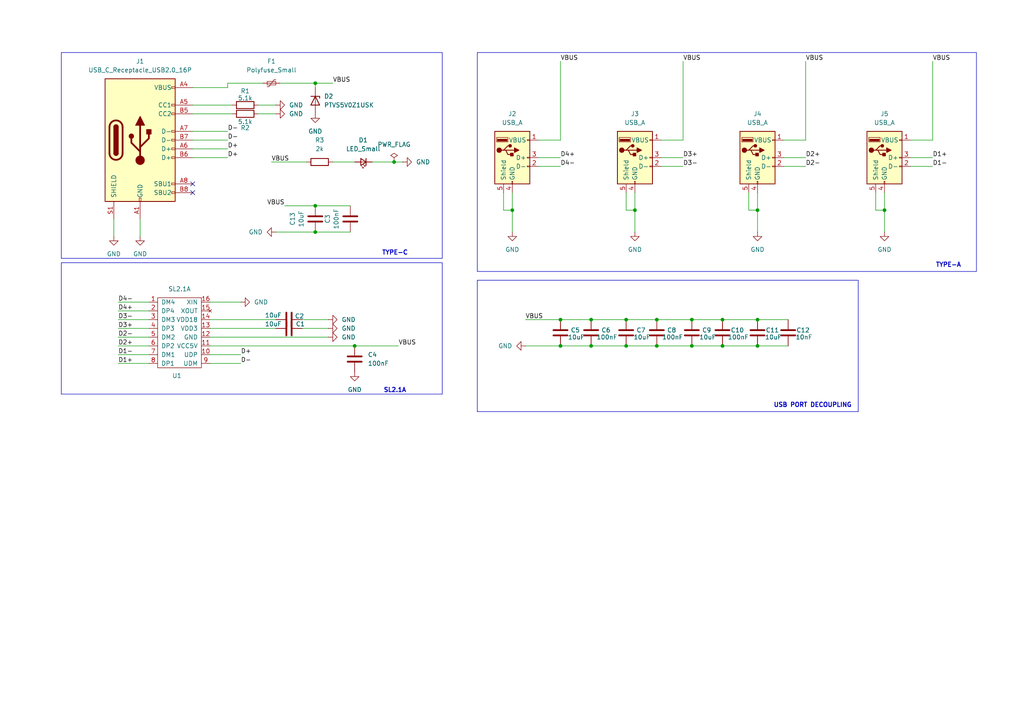
<source format=kicad_sch>
(kicad_sch (version 20250114) (generator "eeschema") (generator_version "9.0")
  (paper "A4")
  (title_block (title "SL2.1A, USB-C 2.0 IN, 4xUSB-A 2.0 OUT") (date "2024-10-26") (rev "v1.0") (company "Henry Wu") (comment 1 "USB-HUB draft"))
  (lib_symbols
    (symbol "Connector:USB_A" (pin_names (offset 1.016))
      (property "Reference" "J" (at -5.08 11.43 0))
      (property "Value" "USB_A" (at -5.08 8.89 0))
      (symbol "USB_A_0_1"
        (rectangle (start -5.08 -7.62) (end 5.08 7.62) (stroke (width 0.254)) (fill (type background)))
        (circle (center -3.81 2.159) (radius 0.635) (stroke (width 0.254)) (fill (type outline)))
        (polyline (pts (xy -3.175 2.159) (xy -2.54 2.159) (xy -1.27 3.429) (xy -0.635 3.429)) (stroke (width 0.254)))
        (polyline (pts (xy -2.54 2.159) (xy -1.905 2.159) (xy -1.27 0.889) (xy 0 0.889)) (stroke (width 0.254)))
        (rectangle (start -1.524 4.826) (end -4.318 5.334) (fill (type outline)))
        (rectangle (start -1.27 4.572) (end -4.572 5.842))
        (circle (center -0.635 3.429) (radius 0.381) (stroke (width 0.254)) (fill (type outline)))
        (rectangle (start -0.127 -7.62) (end 0.127 -6.858))
        (rectangle (start 0.254 1.27) (end -0.508 0.508) (stroke (width 0.254)) (fill (type outline)))
        (polyline (pts (xy 0.635 2.794) (xy 0.635 1.524) (xy 1.905 2.159) (xy 0.635 2.794)) (stroke (width 0.254)) (fill (type outline)))
        (rectangle (start 5.08 4.953) (end 4.318 5.207))
        (rectangle (start 5.08 -0.127) (end 4.318 0.127))
        (rectangle (start 5.08 -2.667) (end 4.318 -2.413))
      )
      (symbol "USB_A_1_1"
        (polyline (pts (xy -1.905 2.159) (xy 0.635 2.159)) (stroke (width 0.254)))
        (pin passive line (at -2.54 -10.16 90) (length 2.54) (name "Shield") (number "5"))
        (pin power_in line (at 0 -10.16 90) (length 2.54) (name "GND") (number "4"))
        (pin power_in line (at 7.62 5.08 180) (length 2.54) (name "VBUS") (number "1"))
        (pin bidirectional line (at 7.62 0 180) (length 2.54) (name "D+") (number "3"))
        (pin bidirectional line (at 7.62 -2.54 180) (length 2.54) (name "D-") (number "2"))
      )
    )
    (symbol "Connector:USB_C_Receptacle_USB2.0_16P" (pin_names (offset 1.016))
      (property "Reference" "J1" (at 0 22.86 0))
      (property "Value" "USB_C_Receptacle_USB2.0_16P" (at 0 20.32 0))
      (symbol "USB_C_Receptacle_USB2.0_16P_0_0"
        (rectangle (start -0.254 -17.78) (end 0.254 -16.764))
        (rectangle (start 10.16 15.494) (end 9.144 14.986))
        (rectangle (start 10.16 10.414) (end 9.144 9.906))
        (rectangle (start 10.16 7.874) (end 9.144 7.366))
        (rectangle (start 10.16 2.794) (end 9.144 2.286))
        (rectangle (start 10.16 0.254) (end 9.144 -0.254))
        (rectangle (start 10.16 -2.286) (end 9.144 -2.794))
        (rectangle (start 10.16 -4.826) (end 9.144 -5.334))
        (rectangle (start 10.16 -12.446) (end 9.144 -12.954))
        (rectangle (start 10.16 -14.986) (end 9.144 -15.494))
      )
      (symbol "USB_C_Receptacle_USB2.0_16P_0_1"
        (rectangle (start -10.16 17.78) (end 10.16 -17.78) (stroke (width 0.254)) (fill (type background)))
        (polyline (pts (xy -8.89 -3.81) (xy -8.89 3.81)) (stroke (width 0.508)))
        (rectangle (start -7.62 -3.81) (end -6.35 3.81) (stroke (width 0.254)) (fill (type outline)))
        (arc (start -7.62 3.81) (mid -6.985 4.4423) (end -6.35 3.81) (stroke (width 0.254)))
        (arc (start -7.62 3.81) (mid -6.985 4.4423) (end -6.35 3.81) (stroke (width 0.254)) (fill (type outline)))
        (arc (start -8.89 3.81) (mid -6.985 5.7067) (end -5.08 3.81) (stroke (width 0.508)))
        (arc (start -5.08 -3.81) (mid -6.985 -5.7067) (end -8.89 -3.81) (stroke (width 0.508)))
        (arc (start -6.35 -3.81) (mid -6.985 -4.4423) (end -7.62 -3.81) (stroke (width 0.254)))
        (arc (start -6.35 -3.81) (mid -6.985 -4.4423) (end -7.62 -3.81) (stroke (width 0.254)) (fill (type outline)))
        (polyline (pts (xy -5.08 3.81) (xy -5.08 -3.81)) (stroke (width 0.508)))
        (circle (center -2.54 1.143) (radius 0.635) (stroke (width 0.254)) (fill (type outline)))
        (polyline (pts (xy -1.27 4.318) (xy 0 6.858) (xy 1.27 4.318) (xy -1.27 4.318)) (stroke (width 0.254)) (fill (type outline)))
        (polyline (pts (xy 0 -2.032) (xy 2.54 0.508) (xy 2.54 1.778)) (stroke (width 0.508)))
        (polyline (pts (xy 0 -3.302) (xy -2.54 -0.762) (xy -2.54 0.508)) (stroke (width 0.508)))
        (polyline (pts (xy 0 -5.842) (xy 0 4.318)) (stroke (width 0.508)))
        (circle (center 0 -5.842) (radius 1.27) (fill (type outline)))
        (rectangle (start 1.905 1.778) (end 3.175 3.048) (stroke (width 0.254)) (fill (type outline)))
      )
      (symbol "USB_C_Receptacle_USB2.0_16P_1_1"
        (pin passive line (at -7.62 -22.86 90) (length 5.08) (name "SHIELD") (number "S1"))
        (pin passive line (at 0 -22.86 90) (length 5.08) (name "GND") (number "A1"))
        (pin passive line (at 0 -22.86 90) (length 5.08) (hide yes) (name "GND") (number "A12"))
        (pin passive line (at 0 -22.86 90) (length 5.08) (hide yes) (name "GND") (number "B1"))
        (pin passive line (at 0 -22.86 90) (length 5.08) (hide yes) (name "GND") (number "B12"))
        (pin power_out line (at 15.24 15.24 180) (length 5.08) (name "VBUS") (number "A4"))
        (pin passive line (at 15.24 15.24 180) (length 5.08) (hide yes) (name "VBUS") (number "A9"))
        (pin passive line (at 15.24 15.24 180) (length 5.08) (hide yes) (name "VBUS") (number "B4"))
        (pin passive line (at 15.24 15.24 180) (length 5.08) (hide yes) (name "VBUS") (number "B9"))
        (pin bidirectional line (at 15.24 10.16 180) (length 5.08) (name "CC1") (number "A5"))
        (pin bidirectional line (at 15.24 7.62 180) (length 5.08) (name "CC2") (number "B5"))
        (pin bidirectional line (at 15.24 2.54 180) (length 5.08) (name "D-") (number "A7"))
        (pin bidirectional line (at 15.24 0 180) (length 5.08) (name "D-") (number "B7"))
        (pin bidirectional line (at 15.24 -2.54 180) (length 5.08) (name "D+") (number "A6"))
        (pin bidirectional line (at 15.24 -5.08 180) (length 5.08) (name "D+") (number "B6"))
        (pin bidirectional line (at 15.24 -12.7 180) (length 5.08) (name "SBU1") (number "A8"))
        (pin bidirectional line (at 15.24 -15.24 180) (length 5.08) (name "SBU2") (number "B8"))
      )
    )
    (symbol "Device:C" (pin_numbers (hide yes)) (pin_names (offset 0.254))
      (property "Reference" "C" (at 0.635 2.54 0))
      (property "Value" "C" (at 0.635 -2.54 0))
      (symbol "C_0_1"
        (polyline (pts (xy -2.032 0.762) (xy 2.032 0.762)) (stroke (width 0.508)))
        (polyline (pts (xy -2.032 -0.762) (xy 2.032 -0.762)) (stroke (width 0.508)))
      )
      (symbol "C_1_1"
        (pin passive line (at 0 3.81 270) (length 2.794) (name "~") (number "1"))
        (pin passive line (at 0 -3.81 90) (length 2.794) (name "~") (number "2"))
      )
    )
    (symbol "Device:LED_Small" (pin_numbers (hide yes)) (pin_names (offset 0.254) (hide yes))
      (property "Reference" "D" (at -1.27 3.175 0))
      (property "Value" "LED_Small" (at -4.445 -2.54 0))
      (symbol "LED_Small_0_1"
        (polyline (pts (xy -0.762 -1.016) (xy -0.762 1.016)) (stroke (width 0.254)))
        (polyline (pts (xy 0 0.762) (xy -0.508 1.27) (xy -0.254 1.27) (xy -0.508 1.27) (xy -0.508 1.016)))
        (polyline (pts (xy 0.508 1.27) (xy 0 1.778) (xy 0.254 1.778) (xy 0 1.778) (xy 0 1.524)))
        (polyline (pts (xy 0.762 -1.016) (xy -0.762 0) (xy 0.762 1.016) (xy 0.762 -1.016)) (stroke (width 0.254)))
        (polyline (pts (xy 1.016 0) (xy -0.762 0)))
      )
      (symbol "LED_Small_1_1"
        (pin passive line (at -2.54 0 0) (length 1.778) (name "K") (number "1"))
        (pin passive line (at 2.54 0 180) (length 1.778) (name "A") (number "2"))
      )
    )
    (symbol "Device:Polyfuse_Small" (pin_numbers (hide yes)) (pin_names (offset 0))
      (property "Reference" "F" (at -1.905 0 90))
      (property "Value" "Polyfuse_Small" (at 1.905 0 90))
      (symbol "Polyfuse_Small_0_1"
        (polyline (pts (xy -1.016 1.27) (xy -1.016 0.762) (xy 1.016 -0.762) (xy 1.016 -1.27)))
        (rectangle (start -0.508 1.27) (end 0.508 -1.27))
        (polyline (pts (xy 0 2.54) (xy 0 -2.54)))
      )
      (symbol "Polyfuse_Small_1_1"
        (pin passive line (at 0 2.54 270) (length 0.635) (name "~") (number "1"))
        (pin passive line (at 0 -2.54 90) (length 0.635) (name "~") (number "2"))
      )
    )
    (symbol "Device:R" (pin_numbers (hide yes)) (pin_names (offset 0))
      (property "Reference" "R" (at 2.032 0 90))
      (property "Value" "R" (at 0 0 90))
      (symbol "R_0_1"
        (rectangle (start -1.016 -2.54) (end 1.016 2.54) (stroke (width 0.254)))
      )
      (symbol "R_1_1"
        (pin passive line (at 0 3.81 270) (length 1.27) (name "~") (number "1"))
        (pin passive line (at 0 -3.81 90) (length 1.27) (name "~") (number "2"))
      )
    )
    (symbol "Diode:PTVS5V0Z1USK" (pin_numbers (hide yes)) (pin_names (hide yes))
      (property "Reference" "D" (at 0 2.54 0))
      (property "Value" "PTVS5V0Z1USK" (at 0 -2.54 0))
      (symbol "PTVS5V0Z1USK_0_1"
        (polyline (pts (xy -1.27 -1.27) (xy -1.27 1.27) (xy -0.762 1.27)) (stroke (width 0.254)))
        (polyline (pts (xy 1.27 0) (xy -1.27 0)))
        (polyline (pts (xy 1.27 -1.27) (xy 1.27 1.27) (xy -1.27 0) (xy 1.27 -1.27)) (stroke (width 0.254)))
      )
      (symbol "PTVS5V0Z1USK_1_1"
        (pin passive line (at -3.81 0 0) (length 2.54) (name "K") (number "1"))
        (pin passive line (at 3.81 0 180) (length 2.54) (name "A") (number "2"))
      )
    )
    (symbol "SL2.1A:SL2.1A" (pin_names (offset 1.016))
      (property "Reference" "U1" (at 0.508 -2.286 0))
      (property "Value" "SL2.1A" (at 1.27 22.86 0))
      (symbol "SL2.1A_0_1"
        (rectangle (start -5.08 20.32) (end 7.62 0))
      )
      (symbol "SL2.1A_1_1"
        (pin output line (at -7.62 19.05 0) (length 2.54) (name "DM4") (number "1"))
        (pin output line (at -7.62 16.51 0) (length 2.54) (name "DP4") (number "2"))
        (pin output line (at -7.62 13.97 0) (length 2.54) (name "DM3") (number "3"))
        (pin output line (at -7.62 11.43 0) (length 2.54) (name "DP3") (number "4"))
        (pin output line (at -7.62 8.89 0) (length 2.54) (name "DM2") (number "5"))
        (pin output line (at -7.62 6.35 0) (length 2.54) (name "DP2") (number "6"))
        (pin output line (at -7.62 3.81 0) (length 2.54) (name "DM1") (number "7"))
        (pin output line (at -7.62 1.27 0) (length 2.54) (name "DP1") (number "8"))
        (pin power_in line (at 10.16 19.05 180) (length 2.54) (name "XIN") (number "16"))
        (pin no_connect line (at 10.16 16.51 180) (length 2.54) (name "XOUT") (number "15"))
        (pin power_out line (at 10.16 13.97 180) (length 2.54) (name "VDD18") (number "14"))
        (pin power_out line (at 10.16 11.43 180) (length 2.54) (name "VDD3") (number "13"))
        (pin power_in line (at 10.16 8.89 180) (length 2.54) (name "GND") (number "12"))
        (pin power_out line (at 10.16 6.35 180) (length 2.54) (name "VCC5V") (number "11"))
        (pin input line (at 10.16 3.81 180) (length 2.54) (name "UDP") (number "10"))
        (pin input line (at 10.16 1.27 180) (length 2.54) (name "UDM") (number "9"))
      )
    )
    (symbol "power:GND" (power) (pin_numbers (hide yes)) (pin_names (offset 0) (hide yes))
      (property "Value" "GND" (at 0 -3.81 0))
      (symbol "GND_0_1"
        (polyline (pts (xy 0 0) (xy 0 -1.27) (xy 1.27 -1.27) (xy 0 -2.54) (xy -1.27 -1.27) (xy 0 -1.27)))
      )
      (symbol "GND_1_1"
        (pin power_in line (at 0 0 270) (length 0) (name "~") (number "1"))
      )
    )
    (symbol "power:PWR_FLAG" (power) (pin_numbers (hide yes)) (pin_names (offset 0) (hide yes))
      (property "Value" "PWR_FLAG" (at 0 3.81 0))
      (symbol "PWR_FLAG_0_0"
        (pin power_out line (at 0 0 90) (length 0) (name "~") (number "1"))
      )
      (symbol "PWR_FLAG_0_1"
        (polyline (pts (xy 0 0) (xy 0 1.27) (xy -1.016 1.905) (xy 0 2.54) (xy 1.016 1.905) (xy 0 1.27)))
      )
    )
  )
  (rectangle (start 138.43 15.24) (end 283.21 78.74))
  (rectangle (start 17.78 15.24) (end 128.27 74.93))
  (text "TYPE-C" (at 114.554 73.406 0) (effects (font (size 1.27 1.27) (thickness 0.254) (bold yes))))
  (text "TYPE-A" (at 275.082 76.962 0) (effects (font (size 1.27 1.27) (thickness 0.254) (bold yes))))
  (text "SL2.1A" (at 114.554 113.284 0) (effects (font (size 1.27 1.27) (thickness 0.254) (bold yes))))
  (text "USB PORT DECOUPLING\n" (at 235.712 117.602 0) (effects (font (size 1.27 1.27) (thickness 0.254) (bold yes))))
  (junction (at 200.66 100.33))
  (junction (at 219.71 100.33))
  (junction (at 190.5 100.33))
  (junction (at 181.61 92.71))
  (junction (at 184.15 60.96))
  (junction (at 162.56 100.33))
  (junction (at 171.45 92.71))
  (junction (at 256.54 60.96))
  (junction (at 219.71 60.96))
  (junction (at 91.44 67.31))
  (junction (at 171.45 100.33))
  (junction (at 209.55 100.33))
  (junction (at 91.44 24.13))
  (junction (at 209.55 92.71))
  (junction (at 181.61 100.33))
  (junction (at 91.44 59.69))
  (junction (at 219.71 92.71))
  (junction (at 114.3 46.99))
  (junction (at 162.56 92.71))
  (junction (at 200.66 92.71))
  (junction (at 148.59 60.96))
  (junction (at 190.5 92.71))
  (junction (at 102.87 100.33))
  (no_connect (at 55.88 53.34))
  (no_connect (at 55.88 55.88))
  (wire (pts (xy 200.66 92.71) (xy 209.55 92.71)))
  (wire (pts (xy 91.44 25.4) (xy 91.44 24.13)))
  (wire (pts (xy 55.88 45.72) (xy 66.04 45.72)))
  (wire (pts (xy 66.04 24.13) (xy 76.2 24.13)))
  (wire (pts (xy 152.4 100.33) (xy 162.56 100.33)))
  (wire (pts (xy 264.16 40.64) (xy 270.51 40.64)))
  (wire (pts (xy 233.68 17.78) (xy 233.68 40.64)))
  (wire (pts (xy 171.45 100.33) (xy 181.61 100.33)))
  (wire (pts (xy 91.44 59.69) (xy 101.6 59.69)))
  (wire (pts (xy 200.66 100.33) (xy 209.55 100.33)))
  (wire (pts (xy 74.93 30.48) (xy 80.01 30.48)))
  (wire (pts (xy 34.29 105.41) (xy 43.18 105.41)))
  (polyline (pts (xy 128.27 114.3) (xy 128.27 76.2)))
  (wire (pts (xy 55.88 38.1) (xy 66.04 38.1)))
  (wire (pts (xy 190.5 100.33) (xy 200.66 100.33)))
  (wire (pts (xy 146.05 55.88) (xy 146.05 60.96)))
  (wire (pts (xy 254 60.96) (xy 256.54 60.96)))
  (wire (pts (xy 66.04 24.13) (xy 66.04 25.4)))
  (wire (pts (xy 227.33 48.26) (xy 233.68 48.26)))
  (wire (pts (xy 198.12 17.78) (xy 198.12 40.64)))
  (wire (pts (xy 156.21 40.64) (xy 162.56 40.64)))
  (wire (pts (xy 60.96 102.87) (xy 69.85 102.87)))
  (wire (pts (xy 209.55 92.71) (xy 219.71 92.71)))
  (wire (pts (xy 171.45 92.71) (xy 181.61 92.71)))
  (wire (pts (xy 162.56 100.33) (xy 171.45 100.33)))
  (wire (pts (xy 34.29 92.71) (xy 43.18 92.71)))
  (wire (pts (xy 87.63 92.71) (xy 95.25 92.71)))
  (wire (pts (xy 156.21 48.26) (xy 162.56 48.26)))
  (wire (pts (xy 33.02 63.5) (xy 33.02 68.58)))
  (wire (pts (xy 227.33 45.72) (xy 233.68 45.72)))
  (polyline (pts (xy 17.78 76.2) (xy 17.78 114.3)))
  (wire (pts (xy 181.61 60.96) (xy 184.15 60.96)))
  (wire (pts (xy 219.71 100.33) (xy 228.6 100.33)))
  (wire (pts (xy 256.54 60.96) (xy 256.54 67.31)))
  (wire (pts (xy 60.96 97.79) (xy 95.25 97.79)))
  (polyline (pts (xy 138.43 81.28) (xy 138.43 119.38)))
  (wire (pts (xy 60.96 95.25) (xy 80.01 95.25)))
  (wire (pts (xy 60.96 87.63) (xy 69.85 87.63)))
  (polyline (pts (xy 17.78 114.3) (xy 128.27 114.3)))
  (polyline (pts (xy 248.92 119.38) (xy 248.92 81.28)))
  (wire (pts (xy 34.29 90.17) (xy 43.18 90.17)))
  (wire (pts (xy 184.15 55.88) (xy 184.15 60.96)))
  (wire (pts (xy 55.88 40.64) (xy 66.04 40.64)))
  (polyline (pts (xy 248.92 81.28) (xy 138.43 81.28)))
  (wire (pts (xy 55.88 33.02) (xy 67.31 33.02)))
  (wire (pts (xy 55.88 30.48) (xy 67.31 30.48)))
  (wire (pts (xy 91.44 24.13) (xy 96.52 24.13)))
  (wire (pts (xy 96.52 46.99) (xy 102.87 46.99)))
  (wire (pts (xy 219.71 55.88) (xy 219.71 60.96)))
  (wire (pts (xy 34.29 102.87) (xy 43.18 102.87)))
  (wire (pts (xy 81.28 24.13) (xy 91.44 24.13)))
  (wire (pts (xy 264.16 45.72) (xy 270.51 45.72)))
  (wire (pts (xy 78.74 46.99) (xy 88.9 46.99)))
  (wire (pts (xy 34.29 87.63) (xy 43.18 87.63)))
  (wire (pts (xy 227.33 40.64) (xy 233.68 40.64)))
  (wire (pts (xy 148.59 55.88) (xy 148.59 60.96)))
  (wire (pts (xy 60.96 105.41) (xy 69.85 105.41)))
  (wire (pts (xy 191.77 48.26) (xy 198.12 48.26)))
  (wire (pts (xy 256.54 55.88) (xy 256.54 60.96)))
  (wire (pts (xy 60.96 100.33) (xy 102.87 100.33)))
  (wire (pts (xy 34.29 100.33) (xy 43.18 100.33)))
  (wire (pts (xy 146.05 60.96) (xy 148.59 60.96)))
  (wire (pts (xy 181.61 100.33) (xy 190.5 100.33)))
  (wire (pts (xy 191.77 40.64) (xy 198.12 40.64)))
  (wire (pts (xy 217.17 55.88) (xy 217.17 60.96)))
  (wire (pts (xy 184.15 60.96) (xy 184.15 67.31)))
  (wire (pts (xy 190.5 92.71) (xy 200.66 92.71)))
  (wire (pts (xy 107.95 46.99) (xy 114.3 46.99)))
  (wire (pts (xy 91.44 67.31) (xy 101.6 67.31)))
  (wire (pts (xy 80.01 67.31) (xy 91.44 67.31)))
  (wire (pts (xy 148.59 60.96) (xy 148.59 67.31)))
  (wire (pts (xy 102.87 100.33) (xy 115.57 100.33)))
  (wire (pts (xy 66.04 25.4) (xy 55.88 25.4)))
  (wire (pts (xy 55.88 43.18) (xy 66.04 43.18)))
  (wire (pts (xy 87.63 95.25) (xy 95.25 95.25)))
  (wire (pts (xy 209.55 100.33) (xy 219.71 100.33)))
  (wire (pts (xy 34.29 97.79) (xy 43.18 97.79)))
  (wire (pts (xy 181.61 92.71) (xy 190.5 92.71)))
  (wire (pts (xy 217.17 60.96) (xy 219.71 60.96)))
  (wire (pts (xy 152.4 92.71) (xy 162.56 92.71)))
  (wire (pts (xy 270.51 17.78) (xy 270.51 40.64)))
  (wire (pts (xy 191.77 45.72) (xy 198.12 45.72)))
  (wire (pts (xy 80.01 33.02) (xy 74.93 33.02)))
  (wire (pts (xy 254 55.88) (xy 254 60.96)))
  (polyline (pts (xy 128.27 76.2) (xy 17.78 76.2)))
  (wire (pts (xy 264.16 48.26) (xy 270.51 48.26)))
  (wire (pts (xy 156.21 45.72) (xy 162.56 45.72)))
  (wire (pts (xy 82.55 59.69) (xy 91.44 59.69)))
  (wire (pts (xy 219.71 60.96) (xy 219.71 67.31)))
  (wire (pts (xy 34.29 95.25) (xy 43.18 95.25)))
  (polyline (pts (xy 138.43 119.38) (xy 248.92 119.38)))
  (wire (pts (xy 219.71 92.71) (xy 228.6 92.71)))
  (wire (pts (xy 162.56 92.71) (xy 171.45 92.71)))
  (wire (pts (xy 60.96 92.71) (xy 80.01 92.71)))
  (wire (pts (xy 40.64 63.5) (xy 40.64 68.58)))
  (wire (pts (xy 181.61 55.88) (xy 181.61 60.96)))
  (wire (pts (xy 114.3 46.99) (xy 116.84 46.99)))
  (wire (pts (xy 162.56 17.78) (xy 162.56 40.64)))
  (label "D3-" (at 34.29 92.71 0))
  (label "D4+" (at 34.29 90.17 0))
  (label "VBUS" (at 96.52 24.13 0) (effects (font (thickness 0.1588))))
  (label "D2+" (at 233.68 45.72 0))
  (label "D1+" (at 34.29 105.41 0))
  (label "VBUS" (at 115.57 100.33 0) (effects (font (thickness 0.1588))))
  (label "D-" (at 66.04 38.1 0) (effects (font (thickness 0.1588))))
  (label "VBUS" (at 233.68 17.78 0) (effects (font (thickness 0.1588))))
  (label "D2+" (at 34.29 100.33 0))
  (label "D4-" (at 34.29 87.63 0))
  (label "D+" (at 69.85 102.87 0))
  (label "D-" (at 66.04 40.64 0) (effects (font (thickness 0.1588))))
  (label "D2-" (at 233.68 48.26 0))
  (label "VBUS" (at 78.74 46.99 0) (effects (font (thickness 0.1588))))
  (label "VBUS" (at 152.4 92.71 0) (effects (font (thickness 0.1588))))
  (label "D3-" (at 198.12 48.26 0))
  (label "D1-" (at 34.29 102.87 0))
  (label "D-" (at 69.85 105.41 0))
  (label "D4+" (at 162.56 45.72 0))
  (label "VBUS" (at 198.12 17.78 0) (effects (font (thickness 0.1588))))
  (label "D3+" (at 198.12 45.72 0))
  (label "D+" (at 66.04 45.72 0) (effects (font (thickness 0.1588))))
  (label "D1-" (at 270.51 48.26 0))
  (label "D3+" (at 34.29 95.25 0))
  (label "D4-" (at 162.56 48.26 0))
  (label "VBUS" (at 162.56 17.78 0) (effects (font (thickness 0.1588))))
  (label "VBUS" (at 270.51 17.78 0) (effects (font (thickness 0.1588))))
  (label "VBUS" (at 82.55 59.69 180) (effects (font (thickness 0.1588))))
  (label "D+" (at 66.04 43.18 0) (effects (font (thickness 0.1588))))
  (label "D1+" (at 270.51 45.72 0))
  (label "D2-" (at 34.29 97.79 0))
  (symbol (lib_id "Device:C") (at 209.55 96.52 180) (unit 1)
    (property "Reference" "C10" (at 213.868 95.758 0))
    (property "Value" "100nF" (at 214.122 97.79 0))
    (property "Footprint" "Capacitor_SMD:C_0805_2012Metric" (effects (hide yes)))
    (property "Description" "Unpolarized capacitor" (effects (hide yes)))
  )
  (symbol (lib_id "power:GND") (at 102.87 107.95 0) (unit 1)
    (property "Reference" "#PWR06" (effects (hide yes)))
    (property "Value" "GND" (at 102.87 113.03 0))
    (property "Description" "Power symbol creates a global label with name \"GND\" , ground" (effects (hide yes)))
  )
  (symbol (lib_id "Device:C") (at 228.6 96.52 180) (unit 1)
    (property "Reference" "C12" (at 232.918 95.758 0))
    (property "Value" "10nF" (at 233.172 97.79 0))
    (property "Footprint" "Capacitor_SMD:C_0805_2012Metric" (effects (hide yes)))
    (property "Description" "Unpolarized capacitor" (effects (hide yes)))
  )
  (symbol (lib_id "power:GND") (at 152.4 100.33 270) (unit 1)
    (property "Reference" "#PWR016" (effects (hide yes)))
    (property "Value" "GND" (at 148.59 100.3299 90) (effects (justify right)))
    (property "Description" "Power symbol creates a global label with name \"GND\" , ground" (effects (hide yes)))
  )
  (symbol (lib_id "power:GND") (at 91.44 33.02 0) (unit 1)
    (property "Reference" "#PWR017" (effects (hide yes)))
    (property "Value" "GND" (at 91.44 38.1 0))
    (property "Description" "Power symbol creates a global label with name \"GND\" , ground" (effects (hide yes)))
  )
  (symbol (lib_id "Device:Polyfuse_Small") (at 78.74 24.13 90) (unit 1)
    (property "Reference" "F1" (at 78.74 17.78 90))
    (property "Value" "Polyfuse_Small" (at 78.74 20.32 90))
    (property "Footprint" "Fuse:Fuse_Bourns_MF-RHT050" (effects (hide yes)))
    (property "Description" "Resettable fuse, polymeric positive temperature coefficient, small symbol" (effects (hide yes)))
  )
  (symbol (lib_id "power:GND") (at 219.71 67.31 0) (unit 1)
    (property "Reference" "#PWR011" (effects (hide yes)))
    (property "Value" "GND" (at 219.71 72.39 0))
    (property "Description" "Power symbol creates a global label with name \"GND\" , ground" (effects (hide yes)))
  )
  (symbol (lib_id "Connector:USB_C_Receptacle_USB2.0_16P") (at 40.64 40.64 0) (unit 1)
    (property "Reference" "J1" (at 40.64 17.78 0))
    (property "Value" "USB_C_Receptacle_USB2.0_16P" (at 40.64 20.32 0))
    (property "Footprint" "Connector_USB:USB_C_Receptacle_GCT_USB4105-xx-A_16P_TopMnt_Horizontal" (effects (hide yes)))
    (property "Datasheet" "https://www.usb.org/sites/default/files/documents/usb_type-c.zip" (effects (hide yes)))
    (property "Description" "USB 2.0-only 16P Type-C Receptacle connector" (effects (hide yes)))
  )
  (symbol (lib_id "Device:C") (at 83.82 95.25 90) (unit 1)
    (property "Reference" "C1" (at 87.122 93.98 90))
    (property "Value" "10uF" (at 79.248 93.98 90))
    (property "Footprint" "Capacitor_SMD:C_0805_2012Metric" (effects (hide yes)))
    (property "Description" "Unpolarized capacitor" (effects (hide yes)))
  )
  (symbol (lib_id "power:GND") (at 80.01 30.48 90) (unit 1)
    (property "Reference" "#PWR05" (effects (hide yes)))
    (property "Value" "GND" (at 83.82 30.4799 90) (effects (justify right)))
    (property "Description" "Power symbol creates a global label with name \"GND\" , ground" (effects (hide yes)))
  )
  (symbol (lib_id "Device:C") (at 200.66 96.52 180) (unit 1)
    (property "Reference" "C9" (at 204.978 95.758 0))
    (property "Value" "10uF" (at 205.232 97.79 0))
    (property "Footprint" "Capacitor_SMD:C_0805_2012Metric" (effects (hide yes)))
    (property "Description" "Unpolarized capacitor" (effects (hide yes)))
  )
  (symbol (lib_id "Connector:USB_A") (at 148.59 45.72 0) (unit 1)
    (property "Reference" "J2" (at 148.59 33.02 0))
    (property "Value" "USB_A" (at 148.59 35.56 0))
    (property "Footprint" "Connector_USB:USB_A_Molex_67643_Horizontal" (effects (hide yes)))
    (property "Description" "USB Type A connector" (effects (hide yes)))
  )
  (symbol (lib_id "Device:C") (at 219.71 96.52 180) (unit 1)
    (property "Reference" "C11" (at 224.028 95.758 0))
    (property "Value" "10uF" (at 224.282 97.79 0))
    (property "Footprint" "Capacitor_SMD:C_0805_2012Metric" (effects (hide yes)))
    (property "Description" "Unpolarized capacitor" (effects (hide yes)))
  )
  (symbol (lib_id "Connector:USB_A") (at 184.15 45.72 0) (unit 1)
    (property "Reference" "J3" (at 184.15 33.02 0))
    (property "Value" "USB_A" (at 184.15 35.56 0))
    (property "Footprint" "Connector_USB:USB_A_Molex_67643_Horizontal" (effects (hide yes)))
    (property "Description" "USB Type A connector" (effects (hide yes)))
  )
  (symbol (lib_id "power:GND") (at 95.25 92.71 90) (unit 1)
    (property "Reference" "#PWR02" (effects (hide yes)))
    (property "Value" "GND" (at 99.06 92.7099 90) (effects (justify right)))
    (property "Description" "Power symbol creates a global label with name \"GND\" , ground" (effects (hide yes)))
  )
  (symbol (lib_id "Diode:PTVS5V0Z1USK") (at 91.44 29.21 270) (unit 1)
    (property "Reference" "D2" (at 93.98 27.9399 90) (effects (justify left)))
    (property "Value" "PTVS5V0Z1USK" (at 93.98 30.4799 90) (effects (justify left)))
    (property "Footprint" "Diode_SMD:Nexperia_DSN1608-2_1.6x0.8mm" (effects (hide yes)))
    (property "Datasheet" "https://assets.nexperia.com/documents/data-sheet/PTVS5V0Z1USK.pdf" (effects (hide yes)))
    (property "Description" "5V, 1200W TVS unidirectional diode, DSN1608-2" (effects (hide yes)))
  )
  (symbol (lib_id "power:GND") (at 80.01 67.31 270) (unit 1)
    (property "Reference" "#PWR014" (effects (hide yes)))
    (property "Value" "GND" (at 76.2 67.3099 90) (effects (justify right)))
    (property "Description" "Power symbol creates a global label with name \"GND\" , ground" (effects (hide yes)))
  )
  (symbol (lib_id "Device:C") (at 190.5 96.52 180) (unit 1)
    (property "Reference" "C8" (at 194.818 95.758 0))
    (property "Value" "100nF" (at 195.072 97.79 0))
    (property "Footprint" "Capacitor_SMD:C_0805_2012Metric" (effects (hide yes)))
    (property "Description" "Unpolarized capacitor" (effects (hide yes)))
  )
  (symbol (lib_id "power:GND") (at 33.02 68.58 0) (unit 1)
    (property "Reference" "#PWR015" (effects (hide yes)))
    (property "Value" "GND" (at 33.02 73.66 0))
    (property "Description" "Power symbol creates a global label with name \"GND\" , ground" (effects (hide yes)))
  )
  (symbol (lib_id "Device:C") (at 102.87 104.14 0) (unit 1)
    (property "Reference" "C4" (at 106.68 102.8699 0) (effects (justify left)))
    (property "Value" "100nF" (at 106.68 105.4099 0) (effects (justify left)))
    (property "Footprint" "Capacitor_SMD:C_0805_2012Metric" (effects (hide yes)))
    (property "Description" "Unpolarized capacitor" (effects (hide yes)))
  )
  (symbol (lib_id "Device:R") (at 71.12 30.48 90) (unit 1)
    (property "Reference" "R1" (at 71.12 26.416 90))
    (property "Value" "5.1k" (at 71.12 28.448 90))
    (property "Footprint" "Resistor_SMD:R_0805_2012Metric" (effects (hide yes)))
    (property "Description" "Resistor" (effects (hide yes)))
  )
  (symbol (lib_id "power:GND") (at 80.01 33.02 90) (unit 1)
    (property "Reference" "#PWR08" (effects (hide yes)))
    (property "Value" "GND" (at 83.82 33.0199 90) (effects (justify right)))
    (property "Description" "Power symbol creates a global label with name \"GND\" , ground" (effects (hide yes)))
  )
  (symbol (lib_id "Device:LED_Small") (at 105.41 46.99 180) (unit 1)
    (property "Reference" "D1" (at 105.3465 40.64 0))
    (property "Value" "LED_Small" (at 105.3465 43.18 0))
    (property "Footprint" "LED_SMD:LED_0805_2012Metric" (effects (hide yes)))
    (property "Description" "Light emitting diode, small symbol" (effects (hide yes)))
  )
  (symbol (lib_id "power:GND") (at 40.64 68.58 0) (unit 1)
    (property "Reference" "#PWR04" (effects (hide yes)))
    (property "Value" "GND" (at 40.64 73.66 0))
    (property "Description" "Power symbol creates a global label with name \"GND\" , ground" (effects (hide yes)))
  )
  (symbol (lib_id "Device:R") (at 71.12 33.02 90) (unit 1)
    (property "Reference" "R2" (at 71.12 37.084 90))
    (property "Value" "5.1k" (at 71.12 35.306 90))
    (property "Footprint" "Resistor_SMD:R_0805_2012Metric" (effects (hide yes)))
    (property "Description" "Resistor" (effects (hide yes)))
  )
  (symbol (lib_id "Connector:USB_A") (at 256.54 45.72 0) (unit 1)
    (property "Reference" "J5" (at 256.54 33.02 0))
    (property "Value" "USB_A" (at 256.54 35.56 0))
    (property "Footprint" "Connector_USB:USB_A_Molex_67643_Horizontal" (effects (hide yes)))
    (property "Description" "USB Type A connector" (effects (hide yes)))
  )
  (symbol (lib_id "power:PWR_FLAG") (at 114.3 46.99 0) (unit 1)
    (property "Reference" "#FLG01" (effects (hide yes)))
    (property "Value" "PWR_FLAG" (at 114.3 41.91 0))
    (property "Description" "Special symbol for telling ERC where power comes from" (effects (hide yes)))
  )
  (symbol (lib_id "power:GND") (at 116.84 46.99 90) (unit 1)
    (property "Reference" "#PWR01" (effects (hide yes)))
    (property "Value" "GND" (at 120.65 46.9899 90) (effects (justify right)))
    (property "Description" "Power symbol creates a global label with name \"GND\" , ground" (effects (hide yes)))
  )
  (symbol (lib_id "Device:C") (at 83.82 92.71 90) (unit 1)
    (property "Reference" "C2" (at 86.868 91.694 90))
    (property "Value" "10uF" (at 79.248 91.44 90))
    (property "Footprint" "Capacitor_SMD:C_0805_2012Metric" (effects (hide yes)))
    (property "Description" "Unpolarized capacitor" (effects (hide yes)))
  )
  (symbol (lib_id "power:GND") (at 184.15 67.31 0) (unit 1)
    (property "Reference" "#PWR09" (effects (hide yes)))
    (property "Value" "GND" (at 184.15 72.39 0))
    (property "Description" "Power symbol creates a global label with name \"GND\" , ground" (effects (hide yes)))
  )
  (symbol (lib_id "power:GND") (at 69.85 87.63 90) (unit 1)
    (property "Reference" "#PWR03" (effects (hide yes)))
    (property "Value" "GND" (at 73.66 87.6299 90) (effects (justify right)))
    (property "Description" "Power symbol creates a global label with name \"GND\" , ground" (effects (hide yes)))
  )
  (symbol (lib_id "power:GND") (at 95.25 95.25 90) (unit 1)
    (property "Reference" "#PWR010" (effects (hide yes)))
    (property "Value" "GND" (at 99.06 95.2499 90) (effects (justify right)))
    (property "Description" "Power symbol creates a global label with name \"GND\" , ground" (effects (hide yes)))
  )
  (symbol (lib_id "power:GND") (at 95.25 97.79 90) (unit 1)
    (property "Reference" "#PWR012" (effects (hide yes)))
    (property "Value" "GND" (at 99.06 97.7899 90) (effects (justify right)))
    (property "Description" "Power symbol creates a global label with name \"GND\" , ground" (effects (hide yes)))
  )
  (symbol (lib_id "SL2.1A:SL2.1A") (at 50.8 106.68 0) (unit 1)
    (property "Reference" "U1" (at 51.308 108.966 0))
    (property "Value" "SL2.1A" (at 52.07 83.82 0))
    (property "Footprint" "Package_SO:SOIC-16_4.55x10.3mm_P1.27mm" (effects (hide yes)))
  )
  (symbol (lib_id "Device:C") (at 91.44 63.5 180) (unit 1)
    (property "Reference" "C13" (at 84.836 63.5 90))
    (property "Value" "10uF" (at 87.376 63.5 90))
    (property "Footprint" "Capacitor_SMD:C_0805_2012Metric" (effects (hide yes)))
    (property "Description" "Unpolarized capacitor" (effects (hide yes)))
  )
  (symbol (lib_id "power:GND") (at 256.54 67.31 0) (unit 1)
    (property "Reference" "#PWR013" (effects (hide yes)))
    (property "Value" "GND" (at 256.54 72.39 0))
    (property "Description" "Power symbol creates a global label with name \"GND\" , ground" (effects (hide yes)))
  )
  (symbol (lib_id "Device:R") (at 92.71 46.99 90) (unit 1)
    (property "Reference" "R3" (at 92.71 40.64 90))
    (property "Value" "2k" (at 92.71 43.18 90))
    (property "Footprint" "Resistor_SMD:R_0805_2012Metric" (effects (hide yes)))
    (property "Description" "Resistor" (effects (hide yes)))
  )
  (symbol (lib_id "Device:C") (at 181.61 96.52 180) (unit 1)
    (property "Reference" "C7" (at 185.928 95.758 0))
    (property "Value" "10uF" (at 186.182 97.79 0))
    (property "Footprint" "Capacitor_SMD:C_0805_2012Metric" (effects (hide yes)))
    (property "Description" "Unpolarized capacitor" (effects (hide yes)))
  )
  (symbol (lib_id "power:GND") (at 148.59 67.31 0) (unit 1)
    (property "Reference" "#PWR07" (effects (hide yes)))
    (property "Value" "GND" (at 148.59 72.39 0))
    (property "Description" "Power symbol creates a global label with name \"GND\" , ground" (effects (hide yes)))
  )
  (symbol (lib_id "Device:C") (at 162.56 96.52 180) (unit 1)
    (property "Reference" "C5" (at 166.878 95.758 0))
    (property "Value" "10uF" (at 167.132 97.79 0))
    (property "Footprint" "Capacitor_SMD:C_0805_2012Metric" (effects (hide yes)))
    (property "Description" "Unpolarized capacitor" (effects (hide yes)))
  )
  (symbol (lib_id "Connector:USB_A") (at 219.71 45.72 0) (unit 1)
    (property "Reference" "J4" (at 219.71 33.02 0))
    (property "Value" "USB_A" (at 219.71 35.56 0))
    (property "Footprint" "Connector_USB:USB_A_Molex_67643_Horizontal" (effects (hide yes)))
    (property "Description" "USB Type A connector" (effects (hide yes)))
  )
  (symbol (lib_id "Device:C") (at 171.45 96.52 180) (unit 1)
    (property "Reference" "C6" (at 175.768 95.758 0))
    (property "Value" "100nF" (at 176.022 97.79 0))
    (property "Footprint" "Capacitor_SMD:C_0805_2012Metric" (effects (hide yes)))
    (property "Description" "Unpolarized capacitor" (effects (hide yes)))
  )
  (symbol (lib_id "Device:C") (at 101.6 63.5 180) (unit 1)
    (property "Reference" "C3" (at 94.996 63.5 90))
    (property "Value" "100nF" (at 97.536 63.5 90))
    (property "Footprint" "Capacitor_SMD:C_0805_2012Metric" (effects (hide yes)))
    (property "Description" "Unpolarized capacitor" (effects (hide yes)))
  )
)
</source>
